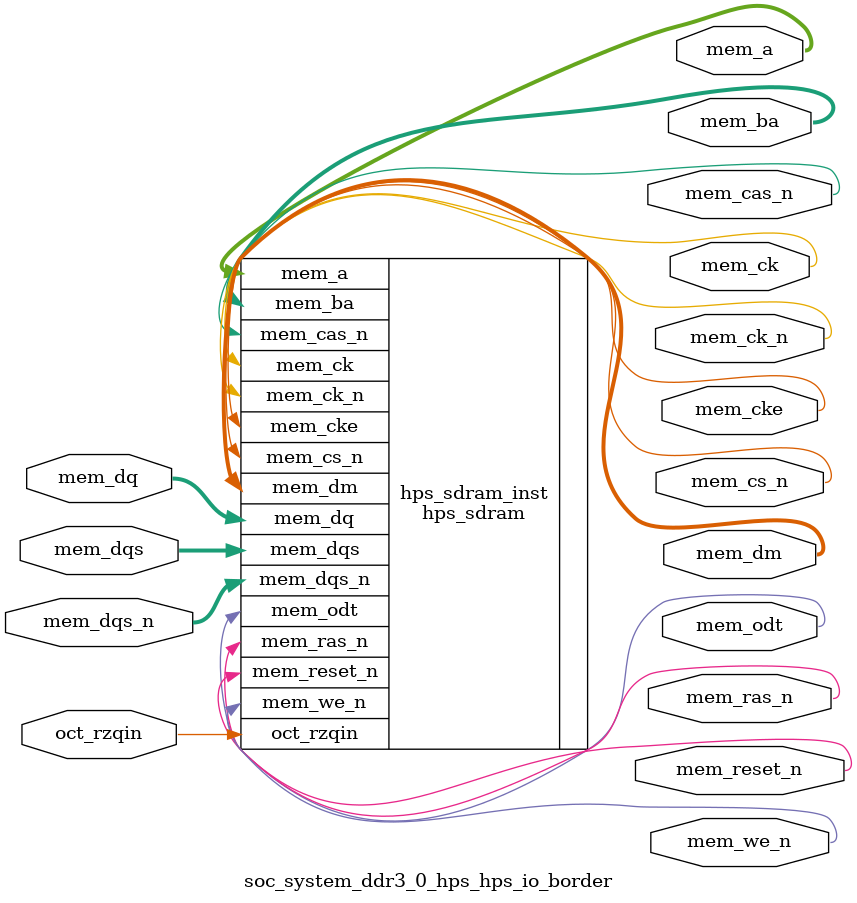
<source format=sv>


module soc_system_ddr3_0_hps_hps_io_border(
// memory
  output wire [15 - 1 : 0 ] mem_a
 ,output wire [3 - 1 : 0 ] mem_ba
 ,output wire [1 - 1 : 0 ] mem_ck
 ,output wire [1 - 1 : 0 ] mem_ck_n
 ,output wire [1 - 1 : 0 ] mem_cke
 ,output wire [1 - 1 : 0 ] mem_cs_n
 ,output wire [1 - 1 : 0 ] mem_ras_n
 ,output wire [1 - 1 : 0 ] mem_cas_n
 ,output wire [1 - 1 : 0 ] mem_we_n
 ,output wire [1 - 1 : 0 ] mem_reset_n
 ,inout wire [32 - 1 : 0 ] mem_dq
 ,inout wire [4 - 1 : 0 ] mem_dqs
 ,inout wire [4 - 1 : 0 ] mem_dqs_n
 ,output wire [1 - 1 : 0 ] mem_odt
 ,output wire [4 - 1 : 0 ] mem_dm
 ,input wire [1 - 1 : 0 ] oct_rzqin
);


hps_sdram hps_sdram_inst(
 .mem_dq({
    mem_dq[31:0] // 31:0
  })
,.mem_odt({
    mem_odt[0:0] // 0:0
  })
,.mem_ras_n({
    mem_ras_n[0:0] // 0:0
  })
,.mem_dqs_n({
    mem_dqs_n[3:0] // 3:0
  })
,.mem_dqs({
    mem_dqs[3:0] // 3:0
  })
,.mem_dm({
    mem_dm[3:0] // 3:0
  })
,.mem_we_n({
    mem_we_n[0:0] // 0:0
  })
,.mem_cas_n({
    mem_cas_n[0:0] // 0:0
  })
,.mem_ba({
    mem_ba[2:0] // 2:0
  })
,.mem_a({
    mem_a[14:0] // 14:0
  })
,.mem_cs_n({
    mem_cs_n[0:0] // 0:0
  })
,.mem_ck({
    mem_ck[0:0] // 0:0
  })
,.mem_cke({
    mem_cke[0:0] // 0:0
  })
,.oct_rzqin({
    oct_rzqin[0:0] // 0:0
  })
,.mem_reset_n({
    mem_reset_n[0:0] // 0:0
  })
,.mem_ck_n({
    mem_ck_n[0:0] // 0:0
  })
);

endmodule


</source>
